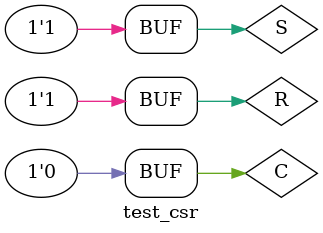
<source format=v>
`timescale 1ns / 1ps


module test_csr;

	// Inputs
	reg R;
	reg S;
	reg C;

	// Outputs
	wire Q;
	wire NQ;

	// Instantiate the Unit Under Test (UUT)
	CSR_LATCH uut (
		.R(R), 
		.S(S), 
		.C(C), 
		.Q(Q), 
		.NQ(NQ)
	);

	initial begin
	C=1;R=1;S=1; #50;
	R=1;S=0; #50;
	R=1;S=1; #50;
	R=0;S=1; #50;
	R=1;S=1; #50;
	R=0;S=0; #50;
	R=1;S=1; #50;	 
	C=0;R=1;S=1; #50;
	R=1;S=0; #50;
	R=1;S=1; #50;
	R=0;S=1; #50;
	R=1;S=1; #50;
	R=0;S=0; #50;
	R=1;S=1; #50;
	end
      
endmodule


</source>
